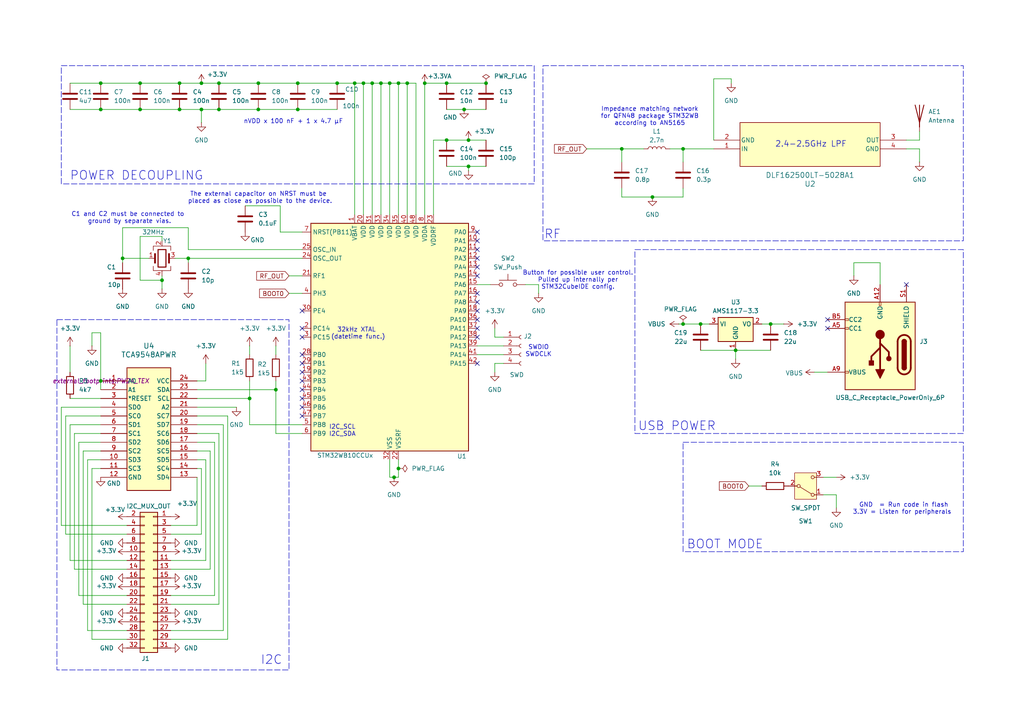
<source format=kicad_sch>
(kicad_sch (version 20231120) (generator "eeschema") (generator_version "8.0")
  (paper "A4")
  (title_block (title "Bluetooth MCU Prototype") (date "2024-09-18") (rev "1") (company "FL24C6 / Posture Best") (comment 1 "Anson Bridges"))
  (lib_symbols
    (symbol "2024-09-17_00-23-00:TCA9548APWR" (pin_names (offset 0.254))
      (property "Reference" "U4" (at 31.75 10.16 0))
      (property "Value" "TCA9548APWR" (at 31.75 7.62 0))
      (symbol "TCA9548APWR_0_1"
        (pin input line (at 17.78 0 0) (length 7.62) (name "A0") (number "1"))
        (pin unspecified line (at 17.78 -22.86 0) (length 7.62) (name "SD3") (number "10"))
        (pin unspecified line (at 17.78 -25.4 0) (length 7.62) (name "SC3") (number "11"))
        (pin power_in line (at 17.78 -27.94 0) (length 7.62) (name "GND") (number "12"))
        (pin unspecified line (at 45.72 -27.94 180) (length 7.62) (name "SD4") (number "13"))
        (pin unspecified line (at 45.72 -25.4 180) (length 7.62) (name "SC4") (number "14"))
        (pin unspecified line (at 45.72 -22.86 180) (length 7.62) (name "SD5") (number "15"))
        (pin unspecified line (at 45.72 -20.32 180) (length 7.62) (name "SC5") (number "16"))
        (pin unspecified line (at 45.72 -17.78 180) (length 7.62) (name "SD6") (number "17"))
        (pin unspecified line (at 45.72 -15.24 180) (length 7.62) (name "SC6") (number "18"))
        (pin unspecified line (at 45.72 -12.7 180) (length 7.62) (name "SD7") (number "19"))
        (pin input line (at 17.78 -2.54 0) (length 7.62) (name "A1") (number "2"))
        (pin unspecified line (at 45.72 -10.16 180) (length 7.62) (name "SC7") (number "20"))
        (pin input line (at 45.72 -7.62 180) (length 7.62) (name "A2") (number "21"))
        (pin unspecified line (at 45.72 -5.08 180) (length 7.62) (name "SCL") (number "22"))
        (pin unspecified line (at 45.72 -2.54 180) (length 7.62) (name "SDA") (number "23"))
        (pin power_in line (at 45.72 0 180) (length 7.62) (name "VCC") (number "24"))
        (pin input line (at 17.78 -5.08 0) (length 7.62) (name "*RESET") (number "3"))
        (pin unspecified line (at 17.78 -7.62 0) (length 7.62) (name "SD0") (number "4"))
        (pin unspecified line (at 17.78 -10.16 0) (length 7.62) (name "SC0") (number "5"))
        (pin unspecified line (at 17.78 -12.7 0) (length 7.62) (name "SD1") (number "6"))
        (pin unspecified line (at 17.78 -15.24 0) (length 7.62) (name "SC1") (number "7"))
        (pin unspecified line (at 17.78 -17.78 0) (length 7.62) (name "SD2") (number "8"))
        (pin unspecified line (at 17.78 -20.32 0) (length 7.62) (name "SC2") (number "9"))
      )
    )
    (symbol "2GHz45_RF_FLT:DLF162500LT-5028A1" (pin_names (offset 0.254))
      (property "Reference" "U2" (at 27.94 10.16 0))
      (property "Value" "DLF162500LT-5028A1" (at 27.94 7.62 0))
      (symbol "DLF162500LT-5028A1_0_1"
        (pin input line (at 0 0 0) (length 7.62) (name "IN") (number "1"))
        (pin power_in line (at 0 -2.54 0) (length 7.62) (name "GND") (number "2"))
        (pin output line (at 55.88 -2.54 180) (length 7.62) (name "OUT") (number "3"))
        (pin power_in line (at 55.88 0 180) (length 7.62) (name "GND") (number "4"))
      )
    )
    (symbol "Connector:Conn_01x04_Socket" (pin_names (offset 1.016) hide)
      (property "Reference" "J" (at 0 5.08 0))
      (property "Value" "Conn_01x04_Socket" (at 0 -7.62 0))
      (symbol "Conn_01x04_Socket_1_1"
        (pin passive line (at -5.08 2.54 0) (length 3.81) (name "Pin_1") (number "1"))
        (pin passive line (at -5.08 0 0) (length 3.81) (name "Pin_2") (number "2"))
        (pin passive line (at -5.08 -2.54 0) (length 3.81) (name "Pin_3") (number "3"))
        (pin passive line (at -5.08 -5.08 0) (length 3.81) (name "Pin_4") (number "4"))
      )
    )
    (symbol "Connector:USB_C_Receptacle_PowerOnly_6P" (pin_names (offset 1.016))
      (property "Reference" "J" (at 0 16.51 0))
      (property "Value" "USB_C_Receptacle_PowerOnly_6P" (at 0 13.97 0))
      (symbol "USB_C_Receptacle_PowerOnly_6P_1_1"
        (pin passive line (at 0 -17.78 90) (length 5.08) (name "GND") (number "A12"))
        (pin bidirectional line (at 15.24 -5.08 180) (length 5.08) (name "CC1") (number "A5"))
        (pin passive line (at 15.24 7.62 180) (length 5.08) (name "VBUS") (number "A9"))
        (pin passive line (at 0 -17.78 90) (length 5.08) hide (name "GND") (number "B12"))
        (pin bidirectional line (at 15.24 -7.62 180) (length 5.08) (name "CC2") (number "B5"))
        (pin passive line (at 15.24 7.62 180) (length 5.08) hide (name "VBUS") (number "B9"))
        (pin passive line (at -7.62 -17.78 90) (length 5.08) (name "SHIELD") (number "S1"))
      )
    )
    (symbol "Connector_Generic:Conn_02x16_Odd_Even" (pin_names (offset 1.016) hide)
      (property "Reference" "J" (at 1.27 20.32 0))
      (property "Value" "Conn_02x16_Odd_Even" (at 1.27 -22.86 0))
      (symbol "Conn_02x16_Odd_Even_1_1"
        (pin passive line (at -5.08 17.78 0) (length 3.81) (name "Pin_1") (number "1"))
        (pin passive line (at 7.62 7.62 180) (length 3.81) (name "Pin_10") (number "10"))
        (pin passive line (at -5.08 5.08 0) (length 3.81) (name "Pin_11") (number "11"))
        (pin passive line (at 7.62 5.08 180) (length 3.81) (name "Pin_12") (number "12"))
        (pin passive line (at -5.08 2.54 0) (length 3.81) (name "Pin_13") (number "13"))
        (pin passive line (at 7.62 2.54 180) (length 3.81) (name "Pin_14") (number "14"))
        (pin passive line (at -5.08 0 0) (length 3.81) (name "Pin_15") (number "15"))
        (pin passive line (at 7.62 0 180) (length 3.81) (name "Pin_16") (number "16"))
        (pin passive line (at -5.08 -2.54 0) (length 3.81) (name "Pin_17") (number "17"))
        (pin passive line (at 7.62 -2.54 180) (length 3.81) (name "Pin_18") (number "18"))
        (pin passive line (at -5.08 -5.08 0) (length 3.81) (name "Pin_19") (number "19"))
        (pin passive line (at 7.62 17.78 180) (length 3.81) (name "Pin_2") (number "2"))
        (pin passive line (at 7.62 -5.08 180) (length 3.81) (name "Pin_20") (number "20"))
        (pin passive line (at -5.08 -7.62 0) (length 3.81) (name "Pin_21") (number "21"))
        (pin passive line (at 7.62 -7.62 180) (length 3.81) (name "Pin_22") (number "22"))
        (pin passive line (at -5.08 -10.16 0) (length 3.81) (name "Pin_23") (number "23"))
        (pin passive line (at 7.62 -10.16 180) (length 3.81) (name "Pin_24") (number "24"))
        (pin passive line (at -5.08 -12.7 0) (length 3.81) (name "Pin_25") (number "25"))
        (pin passive line (at 7.62 -12.7 180) (length 3.81) (name "Pin_26") (number "26"))
        (pin passive line (at -5.08 -15.24 0) (length 3.81) (name "Pin_27") (number "27"))
        (pin passive line (at 7.62 -15.24 180) (length 3.81) (name "Pin_28") (number "28"))
        (pin passive line (at -5.08 -17.78 0) (length 3.81) (name "Pin_29") (number "29"))
        (pin passive line (at -5.08 15.24 0) (length 3.81) (name "Pin_3") (number "3"))
        (pin passive line (at 7.62 -17.78 180) (length 3.81) (name "Pin_30") (number "30"))
        (pin passive line (at -5.08 -20.32 0) (length 3.81) (name "Pin_31") (number "31"))
        (pin passive line (at 7.62 -20.32 180) (length 3.81) (name "Pin_32") (number "32"))
        (pin passive line (at 7.62 15.24 180) (length 3.81) (name "Pin_4") (number "4"))
        (pin passive line (at -5.08 12.7 0) (length 3.81) (name "Pin_5") (number "5"))
        (pin passive line (at 7.62 12.7 180) (length 3.81) (name "Pin_6") (number "6"))
        (pin passive line (at -5.08 10.16 0) (length 3.81) (name "Pin_7") (number "7"))
        (pin passive line (at 7.62 10.16 180) (length 3.81) (name "Pin_8") (number "8"))
        (pin passive line (at -5.08 7.62 0) (length 3.81) (name "Pin_9") (number "9"))
      )
    )
    (symbol "Device:Antenna" (pin_numbers hide) (pin_names (offset 1.016) hide)
      (property "Reference" "AE" (at -1.905 1.905 0))
      (property "Value" "Antenna" (at -1.905 0 0))
      (symbol "Antenna_1_1"
        (pin input line (at 0 -5.08 90) (length 2.54) (name "A") (number "1"))
      )
    )
    (symbol "Device:C" (pin_numbers hide) (pin_names (offset 0.254))
      (property "Reference" "C" (at 0.635 2.54 0))
      (property "Value" "C" (at 0.635 -2.54 0))
      (symbol "C_1_1"
        (pin passive line (at 0 3.81 270) (length 2.794) (name "~") (number "1"))
        (pin passive line (at 0 -3.81 90) (length 2.794) (name "~") (number "2"))
      )
    )
    (symbol "Device:Crystal_GND24" (pin_names (offset 1.016) hide)
      (property "Reference" "Y" (at 3.175 5.08 0))
      (property "Value" "Crystal_GND24" (at 3.175 3.175 0))
      (symbol "Crystal_GND24_1_1"
        (pin passive line (at -3.81 0 0) (length 1.27) (name "1") (number "1"))
        (pin passive line (at 0 5.08 270) (length 1.27) (name "2") (number "2"))
        (pin passive line (at 3.81 0 180) (length 1.27) (name "3") (number "3"))
        (pin passive line (at 0 -5.08 90) (length 1.27) (name "4") (number "4"))
      )
    )
    (symbol "Device:L" (pin_numbers hide) (pin_names (offset 1.016) hide)
      (property "Reference" "L" (at -1.27 0 90))
      (property "Value" "L" (at 1.905 0 90))
      (symbol "L_1_1"
        (pin passive line (at 0 3.81 270) (length 1.27) (name "1") (number "1"))
        (pin passive line (at 0 -3.81 90) (length 1.27) (name "2") (number "2"))
      )
    )
    (symbol "Device:R" (pin_numbers hide) (pin_names (offset 0))
      (property "Reference" "R" (at 2.032 0 90))
      (property "Value" "R" (at 0 0 90))
      (symbol "R_1_1"
        (pin passive line (at 0 3.81 270) (length 1.27) (name "~") (number "1"))
        (pin passive line (at 0 -3.81 90) (length 1.27) (name "~") (number "2"))
      )
    )
    (symbol "MCU_ST_STM32WB:STM32WB10CCUx"
      (property "Reference" "U" (at -22.86 34.29 0))
      (property "Value" "STM32WB10CCUx" (at 15.24 34.29 0))
      (symbol "STM32WB10CCUx_1_1"
        (pin power_in line (at -10.16 35.56 270) (length 2.54) (name "VBAT") (number "1"))
        (pin bidirectional line (at 25.4 27.94 180) (length 2.54) (name "PA1") (number "10"))
        (pin bidirectional line (at 25.4 25.4 180) (length 2.54) (name "PA2") (number "11"))
        (pin bidirectional line (at 25.4 22.86 180) (length 2.54) (name "PA3") (number "12"))
        (pin bidirectional line (at 25.4 20.32 180) (length 2.54) (name "PA4") (number "13"))
        (pin bidirectional line (at 25.4 17.78 180) (length 2.54) (name "PA5") (number "14"))
        (pin bidirectional line (at 25.4 15.24 180) (length 2.54) (name "PA6") (number "15"))
        (pin bidirectional line (at 25.4 12.7 180) (length 2.54) (name "PA7") (number "16"))
        (pin bidirectional line (at 25.4 10.16 180) (length 2.54) (name "PA8") (number "17"))
        (pin bidirectional line (at 25.4 7.62 180) (length 2.54) (name "PA9") (number "18"))
        (pin bidirectional line (at -25.4 -10.16 0) (length 2.54) (name "PB2") (number "19"))
        (pin bidirectional line (at -25.4 2.54 0) (length 2.54) (name "PC14") (number "2"))
        (pin power_in line (at -7.62 35.56 270) (length 2.54) (name "VDD") (number "20"))
        (pin bidirectional line (at -25.4 17.78 0) (length 2.54) (name "RF1") (number "21"))
        (pin power_in line (at 2.54 -35.56 90) (length 2.54) (name "VSSRF") (number "22"))
        (pin power_in line (at 12.7 35.56 270) (length 2.54) (name "VDDRF") (number "23"))
        (pin input line (at -25.4 22.86 0) (length 2.54) (name "OSC_OUT") (number "24"))
        (pin input line (at -25.4 25.4 0) (length 2.54) (name "OSC_IN") (number "25"))
        (pin no_connect line (at -22.86 -33.02 0) (length 2.54) hide (name "AT0") (number "26"))
        (pin no_connect line (at -22.86 -30.48 0) (length 2.54) hide (name "AT1") (number "27"))
        (pin bidirectional line (at -25.4 -5.08 0) (length 2.54) (name "PB0") (number "28"))
        (pin bidirectional line (at -25.4 -7.62 0) (length 2.54) (name "PB1") (number "29"))
        (pin bidirectional line (at -25.4 0 0) (length 2.54) (name "PC15") (number "3"))
        (pin bidirectional line (at -25.4 7.62 0) (length 2.54) (name "PE4") (number "30"))
        (pin power_in line (at -5.08 35.56 270) (length 2.54) (name "VDD") (number "31"))
        (pin power_in line (at 0 -35.56 90) (length 2.54) (name "VSS") (number "32"))
        (pin power_in line (at -2.54 35.56 270) (length 2.54) (name "VDD") (number "33"))
        (pin power_in line (at 0 35.56 270) (length 2.54) (name "VDD") (number "34"))
        (pin power_in line (at 2.54 35.56 270) (length 2.54) (name "VDD") (number "35"))
        (pin bidirectional line (at 25.4 5.08 180) (length 2.54) (name "PA10") (number "36"))
        (pin bidirectional line (at 25.4 2.54 180) (length 2.54) (name "PA11") (number "37"))
        (pin bidirectional line (at 25.4 0 180) (length 2.54) (name "PA12") (number "38"))
        (pin bidirectional line (at 25.4 -2.54 180) (length 2.54) (name "PA13") (number "39"))
        (pin bidirectional line (at -25.4 12.7 0) (length 2.54) (name "PH3") (number "4"))
        (pin power_in line (at 5.08 35.56 270) (length 2.54) (name "VDD") (number "40"))
        (pin bidirectional line (at 25.4 -5.08 180) (length 2.54) (name "PA14") (number "41"))
        (pin bidirectional line (at 25.4 -7.62 180) (length 2.54) (name "PA15") (number "42"))
        (pin bidirectional line (at -25.4 -12.7 0) (length 2.54) (name "PB3") (number "43"))
        (pin bidirectional line (at -25.4 -15.24 0) (length 2.54) (name "PB4") (number "44"))
        (pin bidirectional line (at -25.4 -17.78 0) (length 2.54) (name "PB5") (number "45"))
        (pin bidirectional line (at -25.4 -20.32 0) (length 2.54) (name "PB6") (number "46"))
        (pin bidirectional line (at -25.4 -22.86 0) (length 2.54) (name "PB7") (number "47"))
        (pin power_in line (at 7.62 35.56 270) (length 2.54) (name "VDD") (number "48"))
        (pin passive line (at 0 -35.56 90) (length 2.54) hide (name "VSS") (number "49"))
        (pin bidirectional line (at -25.4 -25.4 0) (length 2.54) (name "PB8") (number "5"))
        (pin bidirectional line (at -25.4 -27.94 0) (length 2.54) (name "PB9") (number "6"))
        (pin input line (at -25.4 30.48 0) (length 2.54) (name "NRST(PB11)") (number "7"))
        (pin power_in line (at 10.16 35.56 270) (length 2.54) (name "VDDA") (number "8"))
        (pin bidirectional line (at 25.4 30.48 180) (length 2.54) (name "PA0") (number "9"))
      )
    )
    (symbol "Regulator_Linear:AMS1117-3.3"
      (property "Reference" "U" (at -3.81 3.175 0))
      (property "Value" "AMS1117-3.3" (at 0 3.175 0))
      (symbol "AMS1117-3.3_1_1"
        (pin power_in line (at 0 -7.62 90) (length 2.54) (name "GND") (number "1"))
        (pin power_out line (at 7.62 0 180) (length 2.54) (name "VO") (number "2"))
        (pin power_in line (at -7.62 0 0) (length 2.54) (name "VI") (number "3"))
      )
    )
    (symbol "Switch:SW_Push" (pin_numbers hide) (pin_names (offset 1.016) hide)
      (property "Reference" "SW" (at 1.27 2.54 0))
      (property "Value" "SW_Push" (at 0 -1.524 0))
      (symbol "SW_Push_0_1"
        (pin passive line (at -5.08 0 0) (length 2.54) (name "1") (number "1"))
        (pin passive line (at 5.08 0 180) (length 2.54) (name "2") (number "2"))
      )
    )
    (symbol "Switch:SW_SPDT" (pin_names (offset 0) hide)
      (property "Reference" "SW" (at 0 5.08 0))
      (property "Value" "SW_SPDT" (at 0 -5.08 0))
      (symbol "SW_SPDT_1_1"
        (pin passive line (at 5.08 2.54 180) (length 2.54) (name "A") (number "1"))
        (pin passive line (at -5.08 0 0) (length 2.54) (name "B") (number "2"))
        (pin passive line (at 5.08 -2.54 180) (length 2.54) (name "C") (number "3"))
      )
    )
    (symbol "power:+3.3V" (power) (pin_numbers hide) (pin_names (offset 0) hide)
      (property "Value" "+3.3V" (at 0 3.556 0))
      (symbol "+3.3V_1_1"
        (pin power_in line (at 0 0 90) (length 0) (name "~") (number "1"))
      )
    )
    (symbol "power:+3.3VA" (power) (pin_numbers hide) (pin_names (offset 0) hide)
      (property "Value" "+3.3VA" (at 0 3.556 0))
      (symbol "+3.3VA_1_1"
        (pin power_in line (at 0 0 90) (length 0) (name "~") (number "1"))
      )
    )
    (symbol "power:GND" (power) (pin_numbers hide) (pin_names (offset 0) hide)
      (property "Value" "GND" (at 0 -3.81 0))
      (symbol "GND_1_1"
        (pin power_in line (at 0 0 270) (length 0) (name "~") (number "1"))
      )
    )
    (symbol "power:PWR_FLAG" (power) (pin_numbers hide) (pin_names (offset 0) hide)
      (property "Value" "PWR_FLAG" (at 0 3.81 0))
      (symbol "PWR_FLAG_0_0"
        (pin power_out line (at 0 0 90) (length 0) (name "~") (number "1"))
      )
    )
    (symbol "power:VBUS" (power) (pin_numbers hide) (pin_names (offset 0) hide)
      (property "Value" "VBUS" (at 0 3.556 0))
      (symbol "VBUS_1_1"
        (pin power_in line (at 0 0 90) (length 0) (name "~") (number "1"))
      )
    )
  )
  (junction (at 203.2 93.98))
  (junction (at 129.54 24.13))
  (junction (at 74.93 24.13))
  (junction (at 97.79 24.13))
  (junction (at 58.42 24.13))
  (junction (at 114.3 138.43))
  (junction (at 86.36 24.13))
  (junction (at 113.03 24.13))
  (junction (at 63.5 31.75))
  (junction (at 52.07 24.13))
  (junction (at 105.41 24.13))
  (junction (at 189.23 57.15))
  (junction (at 40.64 24.13))
  (junction (at 110.49 24.13))
  (junction (at 129.54 40.64))
  (junction (at 198.12 43.18))
  (junction (at 180.34 43.18))
  (junction (at 52.07 31.75))
  (junction (at 35.56 74.93))
  (junction (at 29.21 110.49))
  (junction (at 223.52 93.98))
  (junction (at 46.99 81.28))
  (junction (at 115.57 24.13))
  (junction (at 29.21 31.75))
  (junction (at 40.64 31.75))
  (junction (at 72.39 115.57))
  (junction (at 58.42 31.75))
  (junction (at 29.21 24.13))
  (junction (at 102.87 24.13))
  (junction (at 198.12 93.98))
  (junction (at 135.89 48.26))
  (junction (at 118.11 24.13))
  (junction (at 74.93 31.75))
  (junction (at 107.95 24.13))
  (junction (at 135.89 40.64))
  (junction (at 115.57 135.89))
  (junction (at 213.36 101.6))
  (junction (at 134.62 31.75))
  (junction (at 86.36 31.75))
  (junction (at 140.97 24.13))
  (junction (at 123.19 24.13))
  (junction (at 63.5 24.13))
  (junction (at 54.61 74.93))
  (junction (at 80.01 113.03))
  (no_connect (at 138.43 90.17))
  (no_connect (at 138.43 72.39))
  (no_connect (at 87.63 102.87))
  (no_connect (at 87.63 115.57))
  (no_connect (at 138.43 80.01))
  (no_connect (at 87.63 113.03))
  (no_connect (at 138.43 95.25))
  (no_connect (at 138.43 92.71))
  (no_connect (at 138.43 97.79))
  (no_connect (at 138.43 87.63))
  (no_connect (at 138.43 105.41))
  (no_connect (at 87.63 120.65))
  (no_connect (at 138.43 74.93))
  (no_connect (at 87.63 90.17))
  (no_connect (at 138.43 85.09))
  (no_connect (at 138.43 69.85))
  (no_connect (at 87.63 97.79))
  (no_connect (at 240.03 95.25))
  (no_connect (at 138.43 77.47))
  (no_connect (at 87.63 110.49))
  (no_connect (at 87.63 95.25))
  (no_connect (at 138.43 67.31))
  (no_connect (at 262.89 82.55))
  (no_connect (at 87.63 118.11))
  (no_connect (at 87.63 105.41))
  (no_connect (at 240.03 92.71))
  (no_connect (at 87.63 107.95))
  (wire (pts (xy 213.36 101.6) (xy 213.36 104.14)))
  (wire (pts (xy 49.53 154.94) (xy 58.42 154.94)))
  (wire (pts (xy 19.05 120.65) (xy 19.05 154.94)))
  (wire (pts (xy 80.01 125.73) (xy 87.63 125.73)))
  (wire (pts (xy 50.8 74.93) (xy 54.61 74.93)))
  (wire (pts (xy 266.7 40.64) (xy 266.7 38.1)))
  (wire (pts (xy 123.19 24.13) (xy 129.54 24.13)))
  (wire (pts (xy 40.64 81.28) (xy 46.99 81.28)))
  (wire (pts (xy 102.87 24.13) (xy 97.79 24.13)))
  (wire (pts (xy 72.39 123.19) (xy 87.63 123.19)))
  (wire (pts (xy 57.15 125.73) (xy 63.5 125.73)))
  (wire (pts (xy 105.41 24.13) (xy 102.87 24.13)))
  (wire (pts (xy 198.12 43.18) (xy 207.01 43.18)))
  (wire (pts (xy 247.65 76.2) (xy 247.65 80.01)))
  (wire (pts (xy 57.15 110.49) (xy 59.69 110.49)))
  (wire (pts (xy 152.4 82.55) (xy 156.21 82.55)))
  (wire (pts (xy 110.49 24.13) (xy 110.49 62.23)))
  (wire (pts (xy 26.67 100.33) (xy 26.67 96.52)))
  (wire (pts (xy 115.57 24.13) (xy 115.57 62.23)))
  (wire (pts (xy 134.62 31.75) (xy 140.97 31.75)))
  (wire (pts (xy 63.5 24.13) (xy 74.93 24.13)))
  (wire (pts (xy 17.78 118.11) (xy 17.78 152.4)))
  (wire (pts (xy 35.56 74.93) (xy 35.56 76.2)))
  (wire (pts (xy 29.21 24.13) (xy 40.64 24.13)))
  (wire (pts (xy 74.93 31.75) (xy 86.36 31.75)))
  (wire (pts (xy 180.34 43.18) (xy 186.69 43.18)))
  (wire (pts (xy 83.82 85.09) (xy 87.63 85.09)))
  (wire (pts (xy 217.17 140.97) (xy 220.98 140.97)))
  (wire (pts (xy 58.42 31.75) (xy 58.42 35.56)))
  (wire (pts (xy 115.57 135.89) (xy 115.57 138.43)))
  (wire (pts (xy 80.01 110.49) (xy 80.01 113.03)))
  (wire (pts (xy 22.86 128.27) (xy 22.86 172.72)))
  (wire (pts (xy 180.34 54.61) (xy 180.34 57.15)))
  (wire (pts (xy 20.32 115.57) (xy 29.21 115.57)))
  (wire (pts (xy 19.05 120.65) (xy 29.21 120.65)))
  (wire (pts (xy 24.13 130.81) (xy 24.13 175.26)))
  (wire (pts (xy 220.98 93.98) (xy 223.52 93.98)))
  (wire (pts (xy 26.67 96.52) (xy 29.21 96.52)))
  (wire (pts (xy 29.21 110.49) (xy 29.21 113.03)))
  (wire (pts (xy 20.32 123.19) (xy 29.21 123.19)))
  (wire (pts (xy 54.61 74.93) (xy 54.61 76.2)))
  (wire (pts (xy 143.51 95.25) (xy 143.51 97.79)))
  (wire (pts (xy 156.21 82.55) (xy 156.21 85.09)))
  (wire (pts (xy 54.61 66.04) (xy 54.61 72.39)))
  (wire (pts (xy 52.07 31.75) (xy 58.42 31.75)))
  (wire (pts (xy 58.42 31.75) (xy 63.5 31.75)))
  (wire (pts (xy 29.21 31.75) (xy 40.64 31.75)))
  (wire (pts (xy 58.42 135.89) (xy 58.42 154.94)))
  (wire (pts (xy 57.15 120.65) (xy 66.04 120.65)))
  (wire (pts (xy 60.96 130.81) (xy 60.96 165.1)))
  (wire (pts (xy 49.53 175.26) (xy 63.5 175.26)))
  (wire (pts (xy 129.54 31.75) (xy 134.62 31.75)))
  (wire (pts (xy 113.03 133.35) (xy 113.03 138.43)))
  (wire (pts (xy 80.01 100.33) (xy 80.01 102.87)))
  (wire (pts (xy 35.56 66.04) (xy 35.56 74.93)))
  (wire (pts (xy 57.15 133.35) (xy 59.69 133.35)))
  (wire (pts (xy 63.5 125.73) (xy 63.5 175.26)))
  (wire (pts (xy 22.86 128.27) (xy 29.21 128.27)))
  (wire (pts (xy 49.53 152.4) (xy 57.15 152.4)))
  (wire (pts (xy 49.53 182.88) (xy 64.77 182.88)))
  (wire (pts (xy 58.42 24.13) (xy 63.5 24.13)))
  (wire (pts (xy 20.32 100.33) (xy 20.32 107.95)))
  (wire (pts (xy 20.32 123.19) (xy 20.32 162.56)))
  (wire (pts (xy 25.4 133.35) (xy 29.21 133.35)))
  (wire (pts (xy 20.32 24.13) (xy 29.21 24.13)))
  (wire (pts (xy 72.39 115.57) (xy 72.39 123.19)))
  (wire (pts (xy 107.95 24.13) (xy 107.95 62.23)))
  (wire (pts (xy 129.54 48.26) (xy 135.89 48.26)))
  (wire (pts (xy 46.99 81.28) (xy 46.99 83.82)))
  (wire (pts (xy 198.12 57.15) (xy 198.12 54.61)))
  (wire (pts (xy 25.4 182.88) (xy 36.83 182.88)))
  (wire (pts (xy 102.87 24.13) (xy 102.87 62.23)))
  (wire (pts (xy 72.39 100.33) (xy 72.39 102.87)))
  (wire (pts (xy 29.21 96.52) (xy 29.21 110.49)))
  (wire (pts (xy 135.89 40.64) (xy 140.97 40.64)))
  (wire (pts (xy 24.13 175.26) (xy 36.83 175.26)))
  (wire (pts (xy 57.15 118.11) (xy 68.58 118.11)))
  (wire (pts (xy 238.76 143.51) (xy 242.57 143.51)))
  (wire (pts (xy 21.59 165.1) (xy 36.83 165.1)))
  (wire (pts (xy 74.93 24.13) (xy 86.36 24.13)))
  (wire (pts (xy 180.34 46.99) (xy 180.34 43.18)))
  (wire (pts (xy 118.11 24.13) (xy 120.65 24.13)))
  (wire (pts (xy 19.05 154.94) (xy 36.83 154.94)))
  (wire (pts (xy 213.36 101.6) (xy 223.52 101.6)))
  (wire (pts (xy 57.15 123.19) (xy 64.77 123.19)))
  (wire (pts (xy 262.89 40.64) (xy 266.7 40.64)))
  (wire (pts (xy 57.15 130.81) (xy 60.96 130.81)))
  (wire (pts (xy 207.01 22.86) (xy 212.09 22.86)))
  (wire (pts (xy 203.2 93.98) (xy 205.74 93.98)))
  (wire (pts (xy 26.67 185.42) (xy 36.83 185.42)))
  (wire (pts (xy 59.69 133.35) (xy 59.69 162.56)))
  (wire (pts (xy 125.73 40.64) (xy 129.54 40.64)))
  (wire (pts (xy 143.51 105.41) (xy 143.51 107.95)))
  (wire (pts (xy 86.36 31.75) (xy 97.79 31.75)))
  (wire (pts (xy 242.57 143.51) (xy 242.57 147.32)))
  (wire (pts (xy 57.15 138.43) (xy 57.15 152.4)))
  (wire (pts (xy 62.23 128.27) (xy 62.23 172.72)))
  (wire (pts (xy 123.19 24.13) (xy 123.19 62.23)))
  (wire (pts (xy 57.15 135.89) (xy 58.42 135.89)))
  (wire (pts (xy 59.69 110.49) (xy 59.69 105.41)))
  (wire (pts (xy 266.7 43.18) (xy 266.7 46.99)))
  (wire (pts (xy 180.34 57.15) (xy 189.23 57.15)))
  (wire (pts (xy 203.2 101.6) (xy 213.36 101.6)))
  (wire (pts (xy 20.32 31.75) (xy 29.21 31.75)))
  (wire (pts (xy 113.03 24.13) (xy 113.03 62.23)))
  (wire (pts (xy 21.59 125.73) (xy 29.21 125.73)))
  (wire (pts (xy 40.64 24.13) (xy 52.07 24.13)))
  (wire (pts (xy 138.43 102.87) (xy 146.05 102.87)))
  (wire (pts (xy 25.4 133.35) (xy 25.4 182.88)))
  (wire (pts (xy 120.65 24.13) (xy 120.65 62.23)))
  (wire (pts (xy 86.36 24.13) (xy 97.79 24.13)))
  (wire (pts (xy 238.76 138.43) (xy 242.57 138.43)))
  (wire (pts (xy 255.27 76.2) (xy 247.65 76.2)))
  (wire (pts (xy 255.27 82.55) (xy 255.27 76.2)))
  (wire (pts (xy 107.95 24.13) (xy 110.49 24.13)))
  (wire (pts (xy 81.28 67.31) (xy 87.63 67.31)))
  (wire (pts (xy 26.67 135.89) (xy 26.67 185.42)))
  (wire (pts (xy 138.43 100.33) (xy 146.05 100.33)))
  (wire (pts (xy 20.32 162.56) (xy 36.83 162.56)))
  (wire (pts (xy 49.53 165.1) (xy 60.96 165.1)))
  (wire (pts (xy 26.67 135.89) (xy 29.21 135.89)))
  (wire (pts (xy 113.03 24.13) (xy 115.57 24.13)))
  (wire (pts (xy 105.41 24.13) (xy 107.95 24.13)))
  (wire (pts (xy 81.28 59.69) (xy 81.28 67.31)))
  (wire (pts (xy 118.11 24.13) (xy 118.11 62.23)))
  (wire (pts (xy 46.99 68.58) (xy 46.99 69.85)))
  (wire (pts (xy 170.18 43.18) (xy 180.34 43.18)))
  (wire (pts (xy 71.12 59.69) (xy 81.28 59.69)))
  (wire (pts (xy 21.59 125.73) (xy 21.59 165.1)))
  (wire (pts (xy 49.53 172.72) (xy 62.23 172.72)))
  (wire (pts (xy 198.12 46.99) (xy 198.12 43.18)))
  (wire (pts (xy 105.41 24.13) (xy 105.41 62.23)))
  (wire (pts (xy 54.61 72.39) (xy 87.63 72.39)))
  (wire (pts (xy 36.83 172.72) (xy 22.86 172.72)))
  (wire (pts (xy 57.15 128.27) (xy 62.23 128.27)))
  (wire (pts (xy 49.53 162.56) (xy 59.69 162.56)))
  (wire (pts (xy 135.89 48.26) (xy 140.97 48.26)))
  (wire (pts (xy 46.99 80.01) (xy 46.99 81.28)))
  (wire (pts (xy 113.03 138.43) (xy 114.3 138.43)))
  (wire (pts (xy 189.23 57.15) (xy 198.12 57.15)))
  (wire (pts (xy 17.78 118.11) (xy 29.21 118.11)))
  (wire (pts (xy 129.54 40.64) (xy 135.89 40.64)))
  (wire (pts (xy 135.89 48.26) (xy 135.89 49.53)))
  (wire (pts (xy 54.61 66.04) (xy 35.56 66.04)))
  (wire (pts (xy 83.82 80.01) (xy 87.63 80.01)))
  (wire (pts (xy 125.73 40.64) (xy 125.73 62.23)))
  (wire (pts (xy 72.39 110.49) (xy 72.39 115.57)))
  (wire (pts (xy 143.51 97.79) (xy 146.05 97.79)))
  (wire (pts (xy 110.49 24.13) (xy 113.03 24.13)))
  (wire (pts (xy 54.61 74.93) (xy 87.63 74.93)))
  (wire (pts (xy 115.57 133.35) (xy 115.57 135.89)))
  (wire (pts (xy 198.12 93.98) (xy 203.2 93.98)))
  (wire (pts (xy 236.22 107.95) (xy 240.03 107.95)))
  (wire (pts (xy 80.01 113.03) (xy 80.01 125.73)))
  (wire (pts (xy 207.01 40.64) (xy 207.01 22.86)))
  (wire (pts (xy 262.89 43.18) (xy 266.7 43.18)))
  (wire (pts (xy 212.09 22.86) (xy 212.09 24.13)))
  (wire (pts (xy 52.07 24.13) (xy 58.42 24.13)))
  (wire (pts (xy 40.64 31.75) (xy 52.07 31.75)))
  (wire (pts (xy 63.5 31.75) (xy 74.93 31.75)))
  (wire (pts (xy 146.05 105.41) (xy 143.51 105.41)))
  (wire (pts (xy 138.43 82.55) (xy 142.24 82.55)))
  (wire (pts (xy 72.39 115.57) (xy 57.15 115.57)))
  (wire (pts (xy 115.57 24.13) (xy 118.11 24.13)))
  (wire (pts (xy 17.78 152.4) (xy 36.83 152.4)))
  (wire (pts (xy 194.31 43.18) (xy 198.12 43.18)))
  (wire (pts (xy 114.3 138.43) (xy 115.57 138.43)))
  (wire (pts (xy 66.04 120.65) (xy 66.04 185.42)))
  (wire (pts (xy 57.15 113.03) (xy 80.01 113.03)))
  (wire (pts (xy 46.99 68.58) (xy 40.64 68.58)))
  (wire (pts (xy 49.53 185.42) (xy 66.04 185.42)))
  (wire (pts (xy 40.64 68.58) (xy 40.64 81.28)))
  (wire (pts (xy 196.85 93.98) (xy 198.12 93.98)))
  (wire (pts (xy 223.52 93.98) (xy 227.33 93.98)))
  (wire (pts (xy 140.97 24.13) (xy 129.54 24.13)))
  (wire (pts (xy 35.56 74.93) (xy 43.18 74.93)))
  (wire (pts (xy 24.13 130.81) (xy 29.21 130.81)))
  (wire (pts (xy 64.77 123.19) (xy 64.77 182.88)))
  (rectangle (start 16.51 92.71) (end 83.82 194.31) (stroke (width 0) (type dash)))
  (rectangle (start 184.15 72.39) (end 279.4 125.73) (stroke (width 0) (type dash)))
  (rectangle (start 157.48 19.05) (end 279.4 69.85) (stroke (width 0) (type dash)))
  (rectangle (start 198.12 128.27) (end 279.4 160.02) (stroke (width 0) (type dash)))
  (rectangle (start 17.78 19.05) (end 154.94 53.34) (stroke (width 0) (type dash)))
  (text "2.4-2.5GHz LPF" (at 235.204 41.91 0) (effects (font (size 1.6764 1.6764))))
  (text "SWDIO\nSWDCLK" (at 156.21 101.854 0) (effects (font (size 1.27 1.27))))
  (text "POWER DECOUPLING" (at 39.624 51.054 0) (effects (font (size 2.54 2.54))))
  (text "32kHz XTAL \n(datetime func.)" (at 103.886 96.774 0) (effects (font (size 1.27 1.27))))
  (text "I2C" (at 78.74 191.516 0) (effects (font (size 2.54 2.54))))
  (text "Impedance matching network\nfor QFN48 package STM32WB\naccording to AN5165" (at 188.468 33.782 0) (effects (font (size 1.27 1.27))))
  (text "RF" (at 160.274 68.072 0) (effects (font (size 2.54 2.54))))
  (text "Button for possible user control.\nPulled up internally per\nSTM32CubeIDE config." (at 167.64 81.28 0) (effects (font (size 1.27 1.27))))
  (text "USB POWER" (at 196.342 123.698 0) (effects (font (size 2.54 2.54))))
  (text "nVDD x 100 nF + 1 x 4.7 μF" (at 85.09 35.306 0) (effects (font (size 1.27 1.27))))
  (text "C1 and C2 must be connected to\n ground by separate vias." (at 37.084 63.246 0) (effects (font (size 1.27 1.27))))
  (text "The external capacitor on NRST must be \nplaced as close as possible to the device." (at 75.438 57.404 0) (effects (font (size 1.27 1.27))))
  (text "GND  = Run code in flash\n3.3V = Listen for peripherals " (at 262.128 147.574 0) (effects (font (size 1.27 1.27))))
  (text "BOOT MODE" (at 210.312 157.988 0) (effects (font (size 2.54 2.54))))
  (text "I2C_SCL\nI2C_SDA" (at 99.314 124.968 0) (effects (font (size 1.27 1.27))))
  (global_label "BOOT0" (shape input) (at 83.82 85.09 180) (property "Intersheetrefs" "${INTERSHEET_REFS}" (effects (hide yes))))
  (global_label "BOOT0" (shape input) (at 217.17 140.97 180) (property "Intersheetrefs" "${INTERSHEET_REFS}" (effects (hide yes))))
  (global_label "RF_OUT" (shape input) (at 83.82 80.01 180) (property "Intersheetrefs" "${INTERSHEET_REFS}" (effects (hide yes))))
  (global_label "RF_OUT" (shape input) (at 170.18 43.18 180) (property "Intersheetrefs" "${INTERSHEET_REFS}" (effects (hide yes))))
  (symbol (lib_id "power:GND") (at 143.51 107.95 0) (unit 1)
    (property "Reference" "#PWR017" (effects (hide yes)))
    (property "Value" "GND" (at 143.51 113.03 0))
    (property "Description" "Power symbol creates a global label with name \"GND\" , ground" (effects (hide yes)))
  )
  (symbol (lib_id "Device:C") (at 97.79 27.94 0) (unit 1)
    (property "Reference" "C10" (at 100.076 25.908 0) (effects (justify left)))
    (property "Value" "100n" (at 99.314 30.734 0) (effects (justify left)))
    (property "Footprint" "Capacitor_SMD:C_0402_1005Metric" (effects (hide yes)))
    (property "Description" "Unpolarized capacitor" (effects (hide yes)))
  )
  (symbol (lib_id "power:GND") (at 135.89 49.53 0) (unit 1)
    (property "Reference" "#PWR012" (effects (hide yes)))
    (property "Value" "GND" (at 132.08 50.292 0))
    (property "Description" "Power symbol creates a global label with name \"GND\" , ground" (effects (hide yes)))
  )
  (symbol (lib_id "power:VBUS") (at 196.85 93.98 90) (unit 1)
    (property "Reference" "#PWR023" (effects (hide yes)))
    (property "Value" "VBUS" (at 193.04 93.9799 90) (effects (justify left)))
    (property "Description" "Power symbol creates a global label with name \"VBUS\"" (effects (hide yes)))
  )
  (symbol (lib_id "power:GND") (at 49.53 167.64 90) (mirror x) (unit 1)
    (property "Reference" "#PWR038" (effects (hide yes)))
    (property "Value" "GND" (at 53.34 167.6399 90) (effects (justify right)))
    (property "Description" "Power symbol creates a global label with name \"GND\" , ground" (effects (hide yes)))
  )
  (symbol (lib_id "power:+3.3V") (at 80.01 100.33 0) (unit 1)
    (property "Reference" "#PWR08" (effects (hide yes)))
    (property "Value" "+3.3V" (at 80.01 95.25 0))
    (property "Description" "Power symbol creates a global label with name \"+3.3V\"" (effects (hide yes)))
  )
  (symbol (lib_id "power:PWR_FLAG") (at 198.12 93.98 0) (unit 1)
    (property "Reference" "#FLG02" (effects (hide yes)))
    (property "Value" "PWR_FLAG" (at 197.358 89.662 0))
    (property "Description" "Special symbol for telling ERC where power comes from" (effects (hide yes)))
  )
  (symbol (lib_id "power:PWR_FLAG") (at 115.57 135.89 270) (unit 1)
    (property "Reference" "#FLG03" (effects (hide yes)))
    (property "Value" "PWR_FLAG" (at 119.38 135.8899 90) (effects (justify left)))
    (property "Description" "Special symbol for telling ERC where power comes from" (effects (hide yes)))
  )
  (symbol (lib_id "power:+3.3V") (at 49.53 149.86 270) (mirror x) (unit 1)
    (property "Reference" "#PWR035" (effects (hide yes)))
    (property "Value" "+3.3V" (at 51.308 146.05 90) (effects (justify left)))
    (property "Description" "Power symbol creates a global label with name \"+3.3V\"" (effects (hide yes)))
  )
  (symbol (lib_id "power:GND") (at 114.3 138.43 0) (unit 1)
    (property "Reference" "#PWR09" (effects (hide yes)))
    (property "Value" "GND" (at 114.3 143.51 0))
    (property "Description" "Power symbol creates a global label with name \"GND\" , ground" (effects (hide yes)))
  )
  (symbol (lib_id "Device:R") (at 20.32 111.76 0) (unit 1)
    (property "Reference" "R3" (at 22.86 110.4899 0) (effects (justify left)))
    (property "Value" "4k7" (at 22.86 113.0299 0) (effects (justify left)))
    (property "Description" "Resistor" (effects (hide yes)))
  )
  (symbol (lib_id "power:+3.3V") (at 49.53 170.18 270) (mirror x) (unit 1)
    (property "Reference" "#PWR039" (effects (hide yes)))
    (property "Value" "+3.3V" (at 52.578 169.926 90) (effects (justify left)))
    (property "Description" "Power symbol creates a global label with name \"+3.3V\"" (effects (hide yes)))
  )
  (symbol (lib_id "Device:C") (at 40.64 27.94 0) (unit 1)
    (property "Reference" "C6" (at 44.45 26.6699 0) (effects (justify left)))
    (property "Value" "100n" (at 44.45 29.2099 0) (effects (justify left)))
    (property "Footprint" "Capacitor_SMD:C_0402_1005Metric" (effects (hide yes)))
    (property "Description" "Unpolarized capacitor" (effects (hide yes)))
  )
  (symbol (lib_id "power:+3.3V") (at 36.83 170.18 90) (unit 1)
    (property "Reference" "#PWR032" (effects (hide yes)))
    (property "Value" "+3.3V" (at 33.782 169.926 90) (effects (justify left)))
    (property "Description" "Power symbol creates a global label with name \"+3.3V\"" (effects (hide yes)))
  )
  (symbol (lib_id "Device:C") (at 129.54 27.94 0) (unit 1)
    (property "Reference" "C12" (at 133.35 26.6699 0) (effects (justify left)))
    (property "Value" "10n" (at 133.35 29.2099 0) (effects (justify left)))
    (property "Footprint" "Capacitor_SMD:C_0402_1005Metric" (effects (hide yes)))
    (property "Description" "Unpolarized capacitor" (effects (hide yes)))
  )
  (symbol (lib_id "Device:C") (at 140.97 44.45 0) (unit 1)
    (property "Reference" "C15" (at 144.78 43.1799 0) (effects (justify left)))
    (property "Value" "100p" (at 144.78 45.7199 0) (effects (justify left)))
    (property "Footprint" "Capacitor_SMD:C_0402_1005Metric" (effects (hide yes)))
    (property "Description" "Unpolarized capacitor" (effects (hide yes)))
  )
  (symbol (lib_id "power:+3.3V") (at 143.51 95.25 0) (unit 1)
    (property "Reference" "#PWR016" (effects (hide yes)))
    (property "Value" "+3.3V" (at 143.51 90.17 0))
    (property "Description" "Power symbol creates a global label with name \"+3.3V\"" (effects (hide yes)))
  )
  (symbol (lib_id "power:VBUS") (at 236.22 107.95 90) (unit 1)
    (property "Reference" "#PWR020" (effects (hide yes)))
    (property "Value" "VBUS" (at 230.378 108.204 90))
    (property "Description" "Power symbol creates a global label with name \"VBUS\"" (effects (hide yes)))
  )
  (symbol (lib_id "power:GND") (at 54.61 83.82 0) (unit 1)
    (property "Reference" "#PWR03" (effects (hide yes)))
    (property "Value" "GND" (at 54.61 88.9 0))
    (property "Description" "Power symbol creates a global label with name \"GND\" , ground" (effects (hide yes)))
  )
  (symbol (lib_id "power:+3.3V") (at 59.69 105.41 0) (unit 1)
    (property "Reference" "#PWR026" (effects (hide yes)))
    (property "Value" "+3.3V" (at 59.69 100.33 0))
    (property "Description" "Power symbol creates a global label with name \"+3.3V\"" (effects (hide yes)))
  )
  (symbol (lib_id "power:GND") (at 36.83 187.96 270) (unit 1)
    (property "Reference" "#PWR031" (effects (hide yes)))
    (property "Value" "GND" (at 33.02 187.9599 90) (effects (justify right)))
    (property "Description" "Power symbol creates a global label with name \"GND\" , ground" (effects (hide yes)))
  )
  (symbol (lib_id "power:+3.3V") (at 20.32 100.33 0) (unit 1)
    (property "Reference" "#PWR024" (effects (hide yes)))
    (property "Value" "+3.3V" (at 20.32 95.25 0))
    (property "Description" "Power symbol creates a global label with name \"+3.3V\"" (effects (hide yes)))
  )
  (symbol (lib_id "power:+3.3V") (at 58.42 24.13 0) (unit 1)
    (property "Reference" "#PWR046" (effects (hide yes)))
    (property "Value" "+3.3V" (at 62.992 21.59 0))
    (property "Description" "Power symbol creates a global label with name \"+3.3V\"" (effects (hide yes)))
  )
  (symbol (lib_id "power:GND") (at 26.67 100.33 0) (unit 1)
    (property "Reference" "#PWR025" (effects (hide yes)))
    (property "Value" "GND" (at 26.67 105.41 0))
    (property "Description" "Power symbol creates a global label with name \"GND\" , ground" (effects (hide yes)))
  )
  (symbol (lib_id "Device:C") (at 129.54 44.45 0) (unit 1)
    (property "Reference" "C14" (at 133.35 43.1799 0) (effects (justify left)))
    (property "Value" "100n" (at 133.35 45.7199 0) (effects (justify left)))
    (property "Footprint" "Capacitor_SMD:C_0402_1005Metric" (effects (hide yes)))
    (property "Description" "Unpolarized capacitor" (effects (hide yes)))
  )
  (symbol (lib_id "Device:C") (at 223.52 97.79 0) (unit 1)
    (property "Reference" "C18" (at 227.33 96.5199 0) (effects (justify left)))
    (property "Value" "22u" (at 227.33 99.0599 0) (effects (justify left)))
    (property "Footprint" "Capacitor_SMD:C_0805_2012Metric" (effects (hide yes)))
    (property "Description" "Unpolarized capacitor" (effects (hide yes)))
  )
  (symbol (lib_id "Device:Antenna") (at 266.7 33.02 0) (unit 1)
    (property "Reference" "AE1" (at 269.24 32.3849 0) (effects (justify left)))
    (property "Value" "Antenna" (at 269.24 34.9249 0) (effects (justify left)))
    (property "Description" "Antenna" (effects (hide yes)))
  )
  (symbol (lib_id "Device:C") (at 86.36 27.94 0) (unit 1)
    (property "Reference" "C9" (at 90.17 26.6699 0) (effects (justify left)))
    (property "Value" "100n" (at 90.17 29.2099 0) (effects (justify left)))
    (property "Footprint" "Capacitor_SMD:C_0402_1005Metric" (effects (hide yes)))
    (property "Description" "Unpolarized capacitor" (effects (hide yes)))
  )
  (symbol (lib_id "Device:C") (at 20.32 27.94 0) (unit 1)
    (property "Reference" "C11" (at 22.86 26.67 0) (effects (justify left)))
    (property "Value" "4u7" (at 22.86 29.21 0) (effects (justify left)))
    (property "Footprint" "Capacitor_SMD:C_0603_1608Metric" (effects (hide yes)))
    (property "Description" "Unpolarized capacitor" (effects (hide yes)))
  )
  (symbol (lib_id "Device:C") (at 52.07 27.94 0) (unit 1)
    (property "Reference" "C4" (at 55.88 26.6699 0) (effects (justify left)))
    (property "Value" "100n" (at 55.88 29.2099 0) (effects (justify left)))
    (property "Footprint" "Capacitor_SMD:C_0402_1005Metric" (effects (hide yes)))
    (property "Description" "Unpolarized capacitor" (effects (hide yes)))
  )
  (symbol (lib_id "power:GND") (at 49.53 157.48 90) (mirror x) (unit 1)
    (property "Reference" "#PWR036" (effects (hide yes)))
    (property "Value" "GND" (at 53.34 157.4799 90) (effects (justify right)))
    (property "Description" "Power symbol creates a global label with name \"GND\" , ground" (effects (hide yes)))
  )
  (symbol (lib_id "power:+3.3V") (at 227.33 93.98 270) (unit 1)
    (property "Reference" "#PWR022" (effects (hide yes)))
    (property "Value" "+3.3V" (at 231.14 93.9799 90) (effects (justify left)))
    (property "Description" "Power symbol creates a global label with name \"+3.3V\"" (effects (hide yes)))
  )
  (symbol (lib_id "Regulator_Linear:AMS1117-3.3") (at 213.36 93.98 0) (unit 1)
    (property "Reference" "U3" (at 213.36 87.63 0))
    (property "Value" "AMS1117-3.3" (at 213.36 90.17 0))
    (property "Footprint" "Package_TO_SOT_SMD:SOT-223-3_TabPin2" (effects (hide yes)))
    (property "Datasheet" "http://www.advanced-monolithic.com/pdf/ds1117.pdf" (effects (hide yes)))
    (property "Description" "1A Low Dropout regulator, positive, 3.3V fixed output, SOT-223" (effects (hide yes)))
  )
  (symbol (lib_id "power:GND") (at 134.62 31.75 0) (unit 1)
    (property "Reference" "#PWR011" (effects (hide yes)))
    (property "Value" "GND" (at 130.556 34.036 0))
    (property "Description" "Power symbol creates a global label with name \"GND\" , ground" (effects (hide yes)))
  )
  (symbol (lib_id "power:GND") (at 49.53 187.96 90) (mirror x) (unit 1)
    (property "Reference" "#PWR042" (effects (hide yes)))
    (property "Value" "GND" (at 53.34 187.9599 90) (effects (justify right)))
    (property "Description" "Power symbol creates a global label with name \"GND\" , ground" (effects (hide yes)))
  )
  (symbol (lib_id "Device:C") (at 140.97 27.94 0) (unit 1)
    (property "Reference" "C13" (at 144.78 26.6699 0) (effects (justify left)))
    (property "Value" "1u" (at 144.78 29.2099 0) (effects (justify left)))
    (property "Footprint" "Capacitor_SMD:C_0402_1005Metric" (effects (hide yes)))
    (property "Description" "Unpolarized capacitor" (effects (hide yes)))
  )
  (symbol (lib_id "power:GND") (at 29.21 138.43 0) (unit 1)
    (property "Reference" "#PWR034" (effects (hide yes)))
    (property "Value" "GND" (at 33.02 140.208 0))
    (property "Description" "Power symbol creates a global label with name \"GND\" , ground" (effects (hide yes)))
  )
  (symbol (lib_id "2GHz45_RF_FLT:DLF162500LT-5028A1") (at 207.01 43.18 0) (mirror x) (unit 1)
    (property "Reference" "U2" (at 234.95 53.34 0) (effects (font (size 1.524 1.524))))
    (property "Value" "DLF162500LT-5028A1" (at 234.95 50.8 0) (effects (font (size 1.524 1.524))))
    (property "Footprint" "external_footprints:DLF-4_1P6X0P8" (effects (hide yes)))
    (property "Datasheet" "DLF162500LT-5028A1" (effects (hide yes)))
  )
  (symbol (lib_id "power:GND") (at 46.99 83.82 0) (unit 1)
    (property "Reference" "#PWR01" (effects (hide yes)))
    (property "Value" "GND" (at 46.99 88.9 0))
    (property "Description" "Power symbol creates a global label with name \"GND\" , ground" (effects (hide yes)))
  )
  (symbol (lib_id "power:GND") (at 36.83 167.64 270) (unit 1)
    (property "Reference" "#PWR028" (effects (hide yes)))
    (property "Value" "GND" (at 33.02 167.6399 90) (effects (justify right)))
    (property "Description" "Power symbol creates a global label with name \"GND\" , ground" (effects (hide yes)))
  )
  (symbol (lib_id "power:GND") (at 36.83 177.8 270) (unit 1)
    (property "Reference" "#PWR030" (effects (hide yes)))
    (property "Value" "GND" (at 33.02 177.7999 90) (effects (justify right)))
    (property "Description" "Power symbol creates a global label with name \"GND\" , ground" (effects (hide yes)))
  )
  (symbol (lib_id "power:GND") (at 242.57 147.32 0) (unit 1)
    (property "Reference" "#PWR043" (effects (hide yes)))
    (property "Value" "GND" (at 242.57 152.4 0))
    (property "Description" "Power symbol creates a global label with name \"GND\" , ground" (effects (hide yes)))
  )
  (symbol (lib_id "power:+3.3VA") (at 123.19 24.13 0) (unit 1)
    (property "Reference" "#PWR018" (effects (hide yes)))
    (property "Value" "+3.3VA" (at 127.508 22.098 0))
    (property "Description" "Power symbol creates a global label with name \"+3.3VA\"" (effects (hide yes)))
  )
  (symbol (lib_id "Device:C") (at 35.56 80.01 0) (unit 1)
    (property "Reference" "C1" (at 30.988 77.47 0) (effects (justify left)))
    (property "Value" "10p" (at 31.242 82.55 0) (effects (justify left)))
    (property "Footprint" "Capacitor_SMD:C_0402_1005Metric" (effects (hide yes)))
    (property "Description" "Unpolarized capacitor" (effects (hide yes)))
  )
  (symbol (lib_id "Device:C") (at 54.61 80.01 0) (unit 1)
    (property "Reference" "C2" (at 58.42 78.7399 0) (effects (justify left)))
    (property "Value" "10p" (at 58.42 81.2799 0) (effects (justify left)))
    (property "Footprint" "Capacitor_SMD:C_0402_1005Metric" (effects (hide yes)))
    (property "Description" "Unpolarized capacitor" (effects (hide yes)))
  )
  (symbol (lib_id "power:GND") (at 212.09 24.13 0) (unit 1)
    (property "Reference" "#PWR013" (effects (hide yes)))
    (property "Value" "GND" (at 212.09 29.21 0))
    (property "Description" "Power symbol creates a global label with name \"GND\" , ground" (effects (hide yes)))
  )
  (symbol (lib_id "Device:C") (at 180.34 50.8 0) (unit 1)
    (property "Reference" "C17" (at 184.15 49.5299 0) (effects (justify left)))
    (property "Value" "0.8p" (at 184.15 52.0699 0) (effects (justify left)))
    (property "Footprint" "Capacitor_SMD:C_0402_1005Metric" (effects (hide yes)))
    (property "Description" "Unpolarized capacitor" (effects (hide yes)))
  )
  (symbol (lib_id "Device:R") (at 224.79 140.97 90) (unit 1)
    (property "Reference" "R4" (at 224.79 134.62 90))
    (property "Value" "10k" (at 224.79 137.16 90))
    (property "Footprint" "Resistor_SMD:R_0402_1005Metric_Pad0.72x0.64mm_HandSolder" (effects (hide yes)))
    (property "Description" "Resistor" (effects (hide yes)))
  )
  (symbol (lib_id "Device:Crystal_GND24") (at 46.99 74.93 0) (unit 1)
    (property "Reference" "Y1" (at 48.514 69.85 0))
    (property "Value" "32MHz" (at 44.45 67.31 0))
    (property "Description" "Four pin crystal, GND on pins 2 and 4" (effects (hide yes)))
  )
  (symbol (lib_id "power:GND") (at 68.58 118.11 0) (unit 1)
    (property "Reference" "#PWR05" (effects (hide yes)))
    (property "Value" "GND" (at 68.58 123.19 0))
    (property "Description" "Power symbol creates a global label with name \"GND\" , ground" (effects (hide yes)))
  )
  (symbol (lib_id "Switch:SW_SPDT") (at 233.68 140.97 0) (mirror x) (unit 1)
    (property "Reference" "SW1" (at 233.68 151.13 0))
    (property "Value" "SW_SPDT" (at 233.68 147.32 0))
    (property "Footprint" "Button_Switch_SMD:SW_SPDT_PCM12" (effects (hide yes)))
    (property "Description" "Switch, single pole double throw" (effects (hide yes)))
  )
  (symbol (lib_id "Device:R") (at 80.01 106.68 0) (unit 1)
    (property "Reference" "R2" (at 74.676 105.664 0) (effects (justify left)))
    (property "Value" "1k5" (at 74.676 108.204 0) (effects (justify left)))
    (property "Description" "Resistor" (effects (hide yes)))
  )
  (symbol (lib_id "power:+3.3V") (at 242.57 138.43 270) (unit 1)
    (property "Reference" "#PWR044" (effects (hide yes)))
    (property "Value" "+3.3V" (at 246.38 138.4299 90) (effects (justify left)))
    (property "Description" "Power symbol creates a global label with name \"+3.3V\"" (effects (hide yes)))
  )
  (symbol (lib_id "power:GND") (at 71.12 67.31 0) (unit 1)
    (property "Reference" "#PWR04" (effects (hide yes)))
    (property "Value" "GND" (at 74.676 69.596 0))
    (property "Description" "Power symbol creates a global label with name \"GND\" , ground" (effects (hide yes)))
  )
  (symbol (lib_id "power:GND") (at 36.83 157.48 270) (unit 1)
    (property "Reference" "#PWR029" (effects (hide yes)))
    (property "Value" "GND" (at 33.02 157.4799 90) (effects (justify right)))
    (property "Description" "Power symbol creates a global label with name \"GND\" , ground" (effects (hide yes)))
  )
  (symbol (lib_id "power:+3.3V") (at 72.39 100.33 0) (unit 1)
    (property "Reference" "#PWR07" (effects (hide yes)))
    (property "Value" "+3.3V" (at 72.39 95.25 0))
    (property "Description" "Power symbol creates a global label with name \"+3.3V\"" (effects (hide yes)))
  )
  (symbol (lib_id "Device:C") (at 29.21 27.94 0) (unit 1)
    (property "Reference" "C7" (at 33.02 26.6699 0) (effects (justify left)))
    (property "Value" "100n" (at 33.02 29.2099 0) (effects (justify left)))
    (property "Footprint" "Capacitor_SMD:C_0402_1005Metric" (effects (hide yes)))
    (property "Description" "Unpolarized capacitor" (effects (hide yes)))
  )
  (symbol (lib_id "Connector_Generic:Conn_02x16_Odd_Even") (at 44.45 167.64 0) (mirror y) (unit 1)
    (property "Reference" "J1" (at 43.434 191.008 0) (effects (justify left)))
    (property "Value" "I2C_MUX_OUT" (at 49.53 146.812 0) (effects (justify left)))
    (property "Footprint" "Connector_PinSocket_2.54mm:PinSocket_2x16_P2.54mm_Horizontal" (effects (hide yes)))
    (property "Description" "Generic connector, double row, 02x16, odd/even pin numbering scheme (row 1 odd numbers, row 2 even numbers), script generated (kicad-library-utils/schlib/autogen/connector/)" (effects (hide yes)))
  )
  (symbol (lib_id "power:GND") (at 247.65 80.01 0) (unit 1)
    (property "Reference" "#PWR019" (effects (hide yes)))
    (property "Value" "GND" (at 247.65 85.09 0))
    (property "Description" "Power symbol creates a global label with name \"GND\" , ground" (effects (hide yes)))
  )
  (symbol (lib_id "MCU_ST_STM32WB:STM32WB10CCUx") (at 113.03 97.79 0) (unit 1)
    (property "Reference" "U1" (at 132.588 132.334 0) (effects (justify left)))
    (property "Value" "STM32WB10CCUx" (at 91.948 132.08 0) (effects (justify left)))
    (property "Footprint" "Package_DFN_QFN:QFN-48-1EP_7x7mm_P0.5mm_EP5.6x5.6mm" (effects (hide yes)))
    (property "Datasheet" "https://www.st.com/resource/en/datasheet/stm32wb10cc.pdf" (effects (hide yes)))
    (property "Description" "STMicroelectronics Arm Cortex-M4 MCU, 320KB flash, 48KB RAM, 64 MHz, 2.0-3.6V, 30 GPIO, UFQFPN48" (effects (hide yes)))
  )
  (symbol (lib_id "Device:C") (at 203.2 97.79 0) (mirror y) (unit 1)
    (property "Reference" "C19" (at 199.39 96.5199 0) (effects (justify left)))
    (property "Value" "22u" (at 199.39 99.0599 0) (effects (justify left)))
    (property "Footprint" "Capacitor_SMD:C_0805_2012Metric" (effects (hide yes)))
    (property "Description" "Unpolarized capacitor" (effects (hide yes)))
  )
  (symbol (lib_id "power:GND") (at 189.23 57.15 0) (unit 1)
    (property "Reference" "#PWR015" (effects (hide yes)))
    (property "Value" "GND" (at 189.23 62.23 0))
    (property "Description" "Power symbol creates a global label with name \"GND\" , ground" (effects (hide yes)))
  )
  (symbol (lib_id "Device:R") (at 72.39 106.68 0) (unit 1)
    (property "Reference" "R1" (at 67.056 105.41 0) (effects (justify left)))
    (property "Value" "1k5" (at 67.056 107.95 0) (effects (justify left)))
    (property "Description" "Resistor" (effects (hide yes)))
  )
  (symbol (lib_id "Device:C") (at 74.93 27.94 0) (unit 1)
    (property "Reference" "C8" (at 78.74 26.6699 0) (effects (justify left)))
    (property "Value" "100n" (at 78.74 29.2099 0) (effects (justify left)))
    (property "Footprint" "Capacitor_SMD:C_0402_1005Metric" (effects (hide yes)))
    (property "Description" "Unpolarized capacitor" (effects (hide yes)))
  )
  (symbol (lib_id "power:GND") (at 156.21 85.09 0) (unit 1)
    (property "Reference" "#PWR045" (effects (hide yes)))
    (property "Value" "GND" (at 156.21 90.17 0))
    (property "Description" "Power symbol creates a global label with name \"GND\" , ground" (effects (hide yes)))
  )
  (symbol (lib_id "power:+3.3V") (at 49.53 180.34 270) (mirror x) (unit 1)
    (property "Reference" "#PWR041" (effects (hide yes)))
    (property "Value" "+3.3V" (at 52.578 180.086 90) (effects (justify left)))
    (property "Description" "Power symbol creates a global label with name \"+3.3V\"" (effects (hide yes)))
  )
  (symbol (lib_id "Device:C") (at 198.12 50.8 0) (unit 1)
    (property "Reference" "C16" (at 201.93 49.5299 0) (effects (justify left)))
    (property "Value" "0.3p" (at 201.93 52.0699 0) (effects (justify left)))
    (property "Footprint" "Capacitor_SMD:C_0402_1005Metric" (effects (hide yes)))
    (property "Description" "Unpolarized capacitor" (effects (hide yes)))
  )
  (symbol (lib_id "Device:C") (at 71.12 63.5 0) (unit 1)
    (property "Reference" "C3" (at 74.93 62.2299 0) (effects (justify left)))
    (property "Value" "0.1uF" (at 74.93 64.7699 0) (effects (justify left)))
    (property "Footprint" "Capacitor_SMD:C_0402_1005Metric" (effects (hide yes)))
    (property "Description" "Unpolarized capacitor" (effects (hide yes)))
  )
  (symbol (lib_id "power:+3.3V") (at 36.83 180.34 90) (unit 1)
    (property "Reference" "#PWR033" (effects (hide yes)))
    (property "Value" "+3.3V" (at 33.782 180.086 90) (effects (justify left)))
    (property "Description" "Power symbol creates a global label with name \"+3.3V\"" (effects (hide yes)))
  )
  (symbol (lib_id "Device:L") (at 190.5 43.18 90) (unit 1)
    (property "Reference" "L1" (at 190.5 38.1 90))
    (property "Value" "2.7n" (at 190.5 40.64 90))
    (property "Description" "Inductor" (effects (hide yes)))
  )
  (symbol (lib_id "power:+3.3V") (at 36.83 149.86 90) (unit 1)
    (property "Reference" "#PWR06" (effects (hide yes)))
    (property "Value" "+3.3V" (at 36.322 147.828 90) (effects (justify left)))
    (property "Description" "Power symbol creates a global label with name \"+3.3V\"" (effects (hide yes)))
  )
  (symbol (lib_id "power:+3.3V") (at 135.89 40.64 0) (unit 1)
    (property "Reference" "#PWR047" (effects (hide yes)))
    (property "Value" "+3.3V" (at 140.462 38.1 0))
    (property "Description" "Power symbol creates a global label with name \"+3.3V\"" (effects (hide yes)))
  )
  (symbol (lib_id "power:GND") (at 49.53 177.8 90) (mirror x) (unit 1)
    (property "Reference" "#PWR040" (effects (hide yes)))
    (property "Value" "GND" (at 53.34 177.7999 90) (effects (justify right)))
    (property "Description" "Power symbol creates a global label with name \"GND\" , ground" (effects (hide yes)))
  )
  (symbol (lib_id "power:+3.3V") (at 49.53 160.02 270) (mirror x) (unit 1)
    (property "Reference" "#PWR037" (effects (hide yes)))
    (property "Value" "+3.3V" (at 52.578 159.766 90) (effects (justify left)))
    (property "Description" "Power symbol creates a global label with name \"+3.3V\"" (effects (hide yes)))
  )
  (symbol (lib_id "Switch:SW_Push") (at 147.32 82.55 0) (unit 1)
    (property "Reference" "SW2" (at 147.32 74.93 0))
    (property "Value" "SW_Push" (at 147.32 77.47 0))
    (property "Footprint" "Button_Switch_SMD:SW_Push_1P1T-SH_NO_CK_KMR2xxG" (effects (hide yes)))
    (property "Description" "Push button switch, generic, two pins" (effects (hide yes)))
  )
  (symbol (lib_id "power:GND") (at 58.42 35.56 0) (unit 1)
    (property "Reference" "#PWR010" (effects (hide yes)))
    (property "Value" "GND" (at 58.42 40.64 0))
    (property "Description" "Power symbol creates a global label with name \"GND\" , ground" (effects (hide yes)))
  )
  (symbol (lib_id "Connector:USB_C_Receptacle_PowerOnly_6P") (at 255.27 100.33 180) (unit 1)
    (property "Reference" "J3" (at 266.7 99.0599 0) (effects (justify right)))
    (property "Value" "USB_C_Receptacle_PowerOnly_6P" (at 242.316 115.316 0) (effects (justify right)))
    (property "Datasheet" "https://www.usb.org/sites/default/files/documents/usb_type-c.zip" (effects (hide yes)))
    (property "Description" "USB Power-Only 6P Type-C Receptacle connector" (effects (hide yes)))
  )
  (symbol (lib_id "power:GND") (at 266.7 46.99 0) (unit 1)
    (property "Reference" "#PWR014" (effects (hide yes)))
    (property "Value" "GND" (at 266.7 52.07 0))
    (property "Description" "Power symbol creates a global label with name \"GND\" , ground" (effects (hide yes)))
  )
  (symbol (lib_id "Device:C") (at 63.5 27.94 0) (unit 1)
    (property "Reference" "C5" (at 67.31 26.6699 0) (effects (justify left)))
    (property "Value" "100n" (at 67.31 29.2099 0) (effects (justify left)))
    (property "Footprint" "Capacitor_SMD:C_0402_1005Metric" (effects (hide yes)))
    (property "Description" "Unpolarized capacitor" (effects (hide yes)))
  )
  (symbol (lib_id "power:PWR_FLAG") (at 140.97 24.13 0) (unit 1)
    (property "Reference" "#FLG01" (effects (hide yes)))
    (property "Value" "PWR_FLAG" (at 148.082 22.098 0))
    (property "Description" "Special symbol for telling ERC where power comes from" (effects (hide yes)))
  )
  (symbol (lib_id "Connector:Conn_01x04_Socket") (at 151.13 100.33 0) (unit 1)
    (property "Reference" "J2" (at 151.892 97.536 0) (effects (justify left)))
    (property "Value" "SWD" (at 147.828 108.712 0) (effects (justify left)))
    (property "Footprint" "Connector_PinSocket_2.54mm:PinSocket_1x04_P2.54mm_Horizontal" (effects (hide yes)))
    (property "Description" "Generic connector, single row, 01x04, script generated" (effects (hide yes)))
  )
  (symbol (lib_id "power:+3.3V") (at 36.83 160.02 90) (unit 1)
    (property "Reference" "#PWR027" (effects (hide yes)))
    (property "Value" "+3.3V" (at 33.782 159.766 90) (effects (justify left)))
    (property "Description" "Power symbol creates a global label with name \"+3.3V\"" (effects (hide yes)))
  )
  (symbol (lib_id "power:GND") (at 35.56 83.82 0) (unit 1)
    (property "Reference" "#PWR02" (effects (hide yes)))
    (property "Value" "GND" (at 35.56 88.9 0))
    (property "Description" "Power symbol creates a global label with name \"GND\" , ground" (effects (hide yes)))
  )
  (symbol (lib_id "2024-09-17_00-23-00:TCA9548APWR") (at 11.43 110.49 0) (unit 1)
    (property "Reference" "U4" (at 43.18 100.33 0) (effects (font (size 1.524 1.524))))
    (property "Value" "TCA9548APWR" (at 43.18 102.87 0) (effects (font (size 1.524 1.524))))
    (property "Footprint" "external_footprints:PW24_TEX" (at 29.21 110.49 0) (effects (font (italic yes))))
    (property "Datasheet" "TCA9548APWR" (effects (hide yes)))
  )
  (symbol (lib_id "power:GND") (at 213.36 104.14 0) (unit 1)
    (property "Reference" "#PWR021" (effects (hide yes)))
    (property "Value" "GND" (at 213.36 109.22 0))
    (property "Description" "Power symbol creates a global label with name \"GND\" , ground" (effects (hide yes)))
  )
)
</source>
